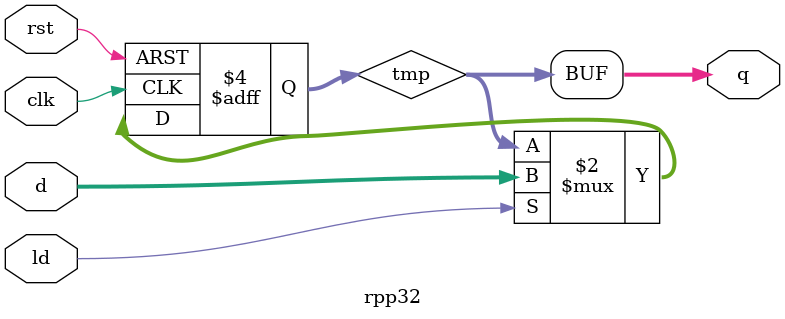
<source format=v>

module rpp32(
    input clk,
    input rst,
    input ld,
    input [31:0] d,
    output [31:0] q
    );
    
    reg [31:0] tmp; 
    
    always@(posedge clk, posedge rst)
        begin   
            if(rst)
              tmp <= 31'b0;
            else if(ld)
              tmp <= d;
        end
        
    assign q = tmp;
endmodule

</source>
